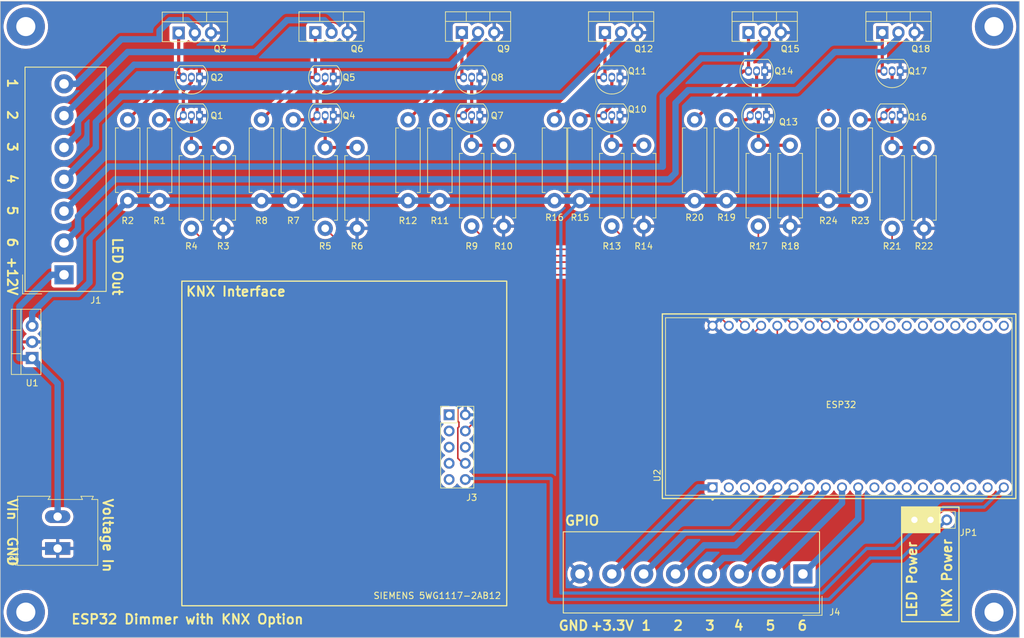
<source format=kicad_pcb>
(kicad_pcb (version 20221018) (generator pcbnew)
  (title_block (title "ESP32 Dimmer") (rev "1.0"))
  (layers (0 "F.Cu" signal) (31 "B.Cu" signal) (34 "B.Paste" user) (35 "F.Paste" user) (36 "B.SilkS" user "B.Silkscreen") (37 "F.SilkS" user "F.Silkscreen") (38 "B.Mask" user) (39 "F.Mask" user) (44 "Edge.Cuts" user))
  (net 0 "")
  (net 1 "Net-(Q1-C)")
  (net 2 "Net-(Q1-B)")
  (net 3 "GND")
  (net 4 "/LED1")
  (net 5 "+12V")
  (net 6 "Net-(Q4-C)")
  (net 7 "Net-(Q4-B)")
  (net 8 "/LED2")
  (net 9 "Net-(Q7-C)")
  (net 10 "Net-(Q7-B)")
  (net 11 "Net-(Q8-C)")
  (net 12 "/LED3")
  (net 13 "/LED4")
  (net 14 "/LED5")
  (net 15 "/LED6")
  (net 16 "Net-(Q10-B)")
  (net 17 "Net-(Q10-C)")
  (net 18 "Net-(Q11-C)")
  (net 19 "Net-(Q13-B)")
  (net 20 "Net-(Q13-C)")
  (net 21 "Net-(Q14-C)")
  (net 22 "Net-(Q16-B)")
  (net 23 "Net-(Q16-C)")
  (net 24 "Net-(Q17-C)")
  (net 25 "+5V")
  (net 26 "/LED1_GPIO")
  (net 27 "/LED2_GPIO")
  (net 28 "/LED3_GPIO")
  (net 30 "Net-(Q2-C)")
  (net 31 "Net-(Q5-C)")
  (net 34 "unconnected-(U2-SENSOR_VN-PadJ2-4)")
  (net 53 "+3.3V")
  (net 54 "/RXD")
  (net 55 "/TXD")
  (net 56 "/LED4_GPIO")
  (net 57 "/LED5_GPIO")
  (net 58 "/LED6_GPIO")
  (net 62 "KNX +5V")
  (net 63 "/ESP +5v IN")
  (net 64 "/GPIO_IN1")
  (net 65 "/GPIO_IN2")
  (net 66 "/GPIO_IN3")
  (net 67 "/GPIO_IN4")
  (net 68 "/GPIO_IN5")
  (net 69 "/GPIO_IN6")
  (net 71 "KNX +20V")
  (footprint "Package_TO_SOT_THT:TO-92_Inline" (layer "F.Cu") (at 161.27 31 180)
    (fp_text reference "Q17")
    (fp_text value "2N2222A")
  )
  (footprint "Resistor_THT:R_Axial_DIN0411_L9.9mm_D3.6mm_P12.70mm_Horizontal" (layer "F.Cu") (at 165 43 -90)
    (fp_text reference "R22")
    (fp_text value "10k")
  )
  (footprint "Resistor_THT:R_Axial_DIN0411_L9.9mm_D3.6mm_P12.70mm_Horizontal" (layer "F.Cu") (at 84 51.35 90)
    (fp_text reference "R12")
    (fp_text value "10k")
  )
  (footprint "Resistor_THT:R_Axial_DIN0411_L9.9mm_D3.6mm_P12.70mm_Horizontal" (layer "F.Cu") (at 99 42.65 -90)
    (fp_text reference "R10")
    (fp_text value "10k")
  )
  (footprint "Resistor_THT:R_Axial_DIN0411_L9.9mm_D3.6mm_P12.70mm_Horizontal" (layer "F.Cu") (at 89 51.35 90)
    (fp_text reference "R11")
    (fp_text value "10k")
  )
  (footprint "TerminalBlock_Altech:Altech_AK300_1x08_P5.00mm_45-Degree" (layer "F.Cu") (at 146 110 180)
    (fp_text reference "J4")
    (fp_text value "Screw_Terminal_01x08")
  )
  (footprint "Resistor_THT:R_Axial_DIN0411_L9.9mm_D3.6mm_P12.70mm_Horizontal" (layer "F.Cu") (at 66 51.35 90)
    (fp_text reference "R7")
    (fp_text value "10k")
  )
  (footprint "Resistor_THT:R_Axial_DIN0411_L9.9mm_D3.6mm_P12.70mm_Horizontal" (layer "F.Cu") (at 94 42.65 -90)
    (fp_text reference "R9")
    (fp_text value "1K")
  )
  (footprint "Package_TO_SOT_THT:TO-220-3_Vertical" (layer "F.Cu") (at 92.46 24.945)
    (fp_text reference "Q9")
    (fp_text value "IRFZ44N")
  )
  (footprint "Package_TO_SOT_THT:TO-220-3_Vertical" (layer "F.Cu") (at 137.46 24.945)
    (fp_text reference "Q15")
    (fp_text value "IRFZ44N")
  )
  (footprint "Resistor_THT:R_Axial_DIN0411_L9.9mm_D3.6mm_P12.70mm_Horizontal" (layer "F.Cu") (at 111 51.35 90)
    (fp_text reference "R15")
    (fp_text value "10k")
  )
  (footprint "MountingHole:MountingHole_3mm_Pad" (layer "F.Cu") (at 176 24)
    (fp_text reference "H2" hide)
    (fp_text value "MountingHole_Pad" hide)
  )
  (footprint "Resistor_THT:R_Axial_DIN0411_L9.9mm_D3.6mm_P12.70mm_Horizontal" (layer "F.Cu") (at 134 51.35 90)
    (fp_text reference "R19")
    (fp_text value "10k")
  )
  (footprint "Resistor_THT:R_Axial_DIN0411_L9.9mm_D3.6mm_P12.70mm_Horizontal" (layer "F.Cu") (at 107 51.35 90)
    (fp_text reference "R16")
    (fp_text value "10k")
  )
  (footprint "Package_TO_SOT_THT:TO-220-3_Vertical" (layer "F.Cu") (at 25 76.08 90)
    (fp_text reference "U1")
    (fp_text value "L7805")
  )
  (footprint "Resistor_THT:R_Axial_DIN0411_L9.9mm_D3.6mm_P12.70mm_Horizontal" (layer "F.Cu") (at 76 43 -90)
    (fp_text reference "R6")
    (fp_text value "10k")
  )
  (footprint "Resistor_THT:R_Axial_DIN0411_L9.9mm_D3.6mm_P12.70mm_Horizontal" (layer "F.Cu") (at 116 42.65 -90)
    (fp_text reference "R13")
    (fp_text value "1K")
  )
  (footprint "Package_TO_SOT_THT:TO-220-3_Vertical" (layer "F.Cu") (at 114.92 24.945)
    (fp_text reference "Q12")
    (fp_text value "IRFZ44N")
  )
  (footprint "Resistor_THT:R_Axial_DIN0411_L9.9mm_D3.6mm_P12.70mm_Horizontal" (layer "F.Cu") (at 144 42.65 -90)
    (fp_text reference "R18")
    (fp_text value "10k")
  )
  (footprint "Resistor_THT:R_Axial_DIN0411_L9.9mm_D3.6mm_P12.70mm_Horizontal" (layer "F.Cu") (at 129 51.35 90)
    (fp_text reference "R20")
    (fp_text value "10k")
  )
  (footprint "Resistor_THT:R_Axial_DIN0411_L9.9mm_D3.6mm_P12.70mm_Horizontal" (layer "F.Cu") (at 155 51.35 90)
    (fp_text reference "R23")
    (fp_text value "10k")
  )
  (footprint "Package_TO_SOT_THT:TO-92_Inline" (layer "F.Cu") (at 95.27 32 180)
    (fp_text reference "Q8")
    (fp_text value "2N2222A")
  )
  (footprint "Resistor_THT:R_Axial_DIN0411_L9.9mm_D3.6mm_P12.70mm_Horizontal" (layer "F.Cu") (at 50 43 -90)
    (fp_text reference "R4")
    (fp_text value "1K")
  )
  (footprint "Package_TO_SOT_THT:TO-92_Inline" (layer "F.Cu") (at 51.27 38 180)
    (fp_text reference "Q1")
    (fp_text value "2N2222A")
  )
  (footprint "Package_TO_SOT_THT:TO-92_Inline" (layer "F.Cu") (at 95.27 38 180)
    (fp_text reference "Q7")
    (fp_text value "2N2222A")
  )
  (footprint "Package_TO_SOT_THT:TO-92_Inline" (layer "F.Cu") (at 51.27 32 180)
    (fp_text reference "Q2")
    (fp_text value "2N2222A")
  )
  (footprint "Package_TO_SOT_THT:TO-92_Inline" (layer "F.Cu") (at 140.27 38 180)
    (fp_text reference "Q13")
    (fp_text value "2N2222A")
  )
  (footprint "Package_TO_SOT_THT:TO-92_Inline" (layer "F.Cu") (at 161.27 38 180)
    (fp_text reference "Q16")
    (fp_text value "2N2222A")
  )
  (footprint "Package_TO_SOT_THT:TO-92_Inline" (layer "F.Cu") (at 72.27 32 180)
    (fp_text reference "Q5")
    (fp_text value "2N2222A")
  )
  (footprint "Connector_PinHeader_2.54mm:PinHeader_2x05_P2.54mm_Vertical" (layer "F.Cu") (at 90.46 85)
    (fp_text reference "J3")
    (fp_text value "KNX-IN" hide)
  )
  (footprint "Resistor_THT:R_Axial_DIN0411_L9.9mm_D3.6mm_P12.70mm_Horizontal" (layer "F.Cu") (at 160 43 -90)
    (fp_text reference "R21")
    (fp_text value "1K")
  )
  (footprint "Package_TO_SOT_THT:TO-92_Inline" (layer "F.Cu") (at 117.27 32 180)
    (fp_text reference "Q11")
    (fp_text value "2N2222A")
  )
  (footprint "Package_TO_SOT_THT:TO-92_Inline" (layer "F.Cu") (at 117.27 38 180)
    (fp_text reference "Q10")
    (fp_text value "2N2222A")
  )
  (footprint "Resistor_THT:R_Axial_DIN0411_L9.9mm_D3.6mm_P12.70mm_Horizontal" (layer "F.Cu") (at 121 42.65 -90)
    (fp_text reference "R14")
    (fp_text value "10k")
  )
  (footprint "TerminalBlock:TerminalBlock_Altech_AK300-2_P5.00mm" (layer "F.Cu") (at 29 106 90)
    (fp_text reference "J2")
    (fp_text value "Screw_Terminal_01x02" hide)
  )
  (footprint "MountingHole:MountingHole_3mm_Pad" (layer "F.Cu") (at 24 116)
    (fp_text reference "H3" hide)
    (fp_text value "MountingHole_Pad" hide)
  )
  (footprint "Package_TO_SOT_THT:TO-92_Inline" (layer "F.Cu") (at 72.27 38 180)
    (fp_text reference "Q4")
    (fp_text value "2N2222A")
  )
  (footprint "Package_TO_SOT_THT:TO-92_Inline" (layer "F.Cu") (at 140 31 180)
    (fp_text reference "Q14")
    (fp_text value "2N2222A")
  )
  (footprint "Package_TO_SOT_THT:TO-220-3_Vertical" (layer "F.Cu") (at 69.46 24.945)
    (fp_text reference "Q6")
    (fp_text value "IRFZ44N")
  )
  (footprint "Package_TO_SOT_THT:TO-220-3_Vertical" (layer "F.Cu") (at 48 25)
    (fp_text reference "Q3")
    (fp_text value "IRFZ44N")
  )
  (footprint "MountingHole:MountingHole_3mm_Pad" (layer "F.Cu") (at 24 24)
    (fp_text reference "H1" hide)
    (fp_text value "MountingHole_Pad" hide)
  )
  (footprint "Resistor_THT:R_Axial_DIN0411_L9.9mm_D3.6mm_P12.70mm_Horizontal" (layer "F.Cu") (at 139 42.65 -90)
    (fp_text reference "R17")
    (fp_text value "1K")
  )
  (footprint "Connector_PinHeader_2.54mm:PinHeader_1x03_P2.54mm_Vertical" (layer "F.Cu") (at 163.5 101.5 90)
    (fp_text reference "JP1")
    (fp_text value "Jumper_3_Bridged12" hide)
  )
  (footprint "Resistor_THT:R_Axial_DIN0411_L9.9mm_D3.6mm_P12.70mm_Horizontal" (layer "F.Cu") (at 71 43 -90)
    (fp_text reference "R5")
    (fp_text value "1K")
  )
  (footprint "Resistor_THT:R_Axial_DIN0411_L9.9mm_D3.6mm_P12.70mm_Horizontal" (layer "F.Cu") (at 45 51.35 90)
    (fp_text reference "R1")
    (fp_text value "10k")
  )
  (footprint "Resistor_THT:R_Axial_DIN0411_L9.9mm_D3.6mm_P12.70mm_Horizontal" (layer "F.Cu") (at 61 51.35 90)
    (fp_text reference "R8")
    (fp_text value "10k")
  )
  (footprint "MountingHole:MountingHole_3mm_Pad" (layer "F.Cu") (at 176 116)
    (fp_text reference "H4" hide)
    (fp_text value "MountingHole_Pad" hide)
  )
  (footprint "ESP32-DEVKITC:MODULE_ESP32-DEVKITC-32D" (layer "F.Cu") (at 151.58 83.7 90)
    (fp_text reference "U2")
    (fp_text value "ESP32-DEVKITC-32D")
  )
  (footprint "TerminalBlock_Altech:Altech_AK300_1x07_P5.00mm_45-Degree" (layer "F.Cu") (at 30 63 90)
    (fp_text reference "J1")
    (fp_text value "Screw_Terminal_01x07" hide)
  )
  (footprint "Resistor_THT:R_Axial_DIN0411_L9.9mm_D3.6mm_P12.70mm_Horizontal" (layer "F.Cu") (at 55 43 -90)
    (fp_text reference "R3")
    (fp_text value "10k")
  )
  (footprint "Package_TO_SOT_THT:TO-220-3_Vertical" (layer "F.Cu") (at 158.46 24.945)
    (fp_text reference "Q18")
    (fp_text value "IRFZ44N")
  )
  (footprint "Resistor_THT:R_Axial_DIN0411_L9.9mm_D3.6mm_P12.70mm_Horizontal" (layer "F.Cu") (at 40 51.35 90)
    (fp_text reference "R2")
    (fp_text value "10k")
  )
  (footprint "Resistor_THT:R_Axial_DIN0411_L9.9mm_D3.6mm_P12.70mm_Horizontal" (layer "F.Cu") (at 150 51.35 90)
    (fp_text reference "R24")
    (fp_text value "10k")
  )
  (gr_rect (start 161.5 99.5) (end 170.5 117.5) (stroke (width 0.2)) (fill none) (layer "F.SilkS"))
  (gr_rect (start 161.5 99.5) (end 167.5 103.5) (stroke (width 0.2)) (fill solid) (layer "F.SilkS"))
  (gr_rect (start 123.93 69.15) (end 179.43 98.15) (stroke (width 0.2)) (fill none) (layer "F.SilkS"))
  (gr_rect locked (start 48.5 64) (end 99.5 115) (stroke (width 0.2)) (fill none) (layer "F.SilkS"))
  (gr_rect (start 20 20) (end 180 120) (stroke (width 0.1)) (fill none) (layer "Edge.Cuts"))
  (gr_text "6" (at 145 119) (layer "F.SilkS") (effects (font (size 1.5 1.5) (thickness 0.3) bold) (justify left bottom)))
  (gr_text "5" (at 21 52 270) (layer "F.SilkS") (effects (font (size 1.5 1.5) (thickness 0.3) bold) (justify left bottom)))
  (gr_text "Voltage In" (at 36 98 270) (layer "F.SilkS") (effects (font (size 1.5 1.5) (thickness 0.3) bold) (justify left bottom)))
  (gr_text "LED Power" (at 164 117 90) (layer "F.SilkS") (effects (font (size 1.5 1.5) (thickness 0.3) bold) (justify left bottom)))
  (gr_text "1" (at 120.5 119) (layer "F.SilkS") (effects (font (size 1.5 1.5) (thickness 0.3) bold) (justify left bottom)))
  (gr_text "+12V" (at 21 60 270) (layer "F.SilkS") (effects (font (size 1.5 1.5) (thickness 0.3) bold) (justify left bottom)))
  (gr_text "KNX Interface" (at 49 66.5) (layer "F.SilkS") (effects (font (size 1.5 1.5) (thickness 0.3) bold) (justify left bottom)))
  (gr_text "5" (at 140 119) (layer "F.SilkS") (effects (font (size 1.5 1.5) (thickness 0.3) bold) (justify left bottom)))
  (gr_text "+3.3V" (at 112.5 119) (layer "F.SilkS") (effects (font (size 1.5 1.5) (thickness 0.3) bold) (justify left bottom)))
  (gr_text "3" (at 130.5 119) (layer "F.SilkS") (effects (font (size 1.5 1.5) (thickness 0.3) bold) (justify left bottom)))
  (gr_text "4" (at 135 119) (layer "F.SilkS") (effects (font (size 1.5 1.5) (thickness 0.3) bold) (justify left bottom)))
  (gr_text "GND" (at 21 104 270) (layer "F.SilkS") (effects (font (size 1.5 1.5) (thickness 0.3) bold) (justify left bottom)))
  (gr_text "3" (at 21 42 270) (layer "F.SilkS") (effects (font (size 1.5 1.5) (thickness 0.3) bold) (justify left bottom)))
  (gr_text "2" (at 21 37 270) (layer "F.SilkS") (effects (font (size 1.5 1.5) (thickness 0.3) bold) (justify left bottom)))
  (gr_text "LED Out" (at 37.5 57 270) (layer "F.SilkS") (effects (font (size 1.5 1.5) (thickness 0.3) bold) (justify left bottom)))
  (gr_text "KNX Power" (at 169.5 117 90) (layer "F.SilkS") (effects (font (size 1.5 1.5) (thickness 0.3) bold) (justify left bottom)))
  (gr_text "VIn" (at 21 98 270) (layer "F.SilkS") (effects (font (size 1.5 1.5) (thickness 0.3) bold) (justify left bottom)))
  (gr_text "6" (at 21 57 270) (layer "F.SilkS") (effects (font (size 1.5 1.5) (thickness 0.3) bold) (justify left bottom)))
  (gr_text "ESP32" (at 149.5 84) (layer "F.SilkS") (effects (font (size 1 1)) (justify left bottom)))
  (gr_text "GND" (at 107.5 119) (layer "F.SilkS") (effects (font (size 1.5 1.5) (thickness 0.3) bold) (justify left bottom)))
  (gr_text "ESP32 Dimmer with KNX Option" (at 31 118) (layer "F.SilkS") (effects (font (size 1.5 1.5) (thickness 0.3) bold) (justify left bottom)))
  (gr_text "1" (at 21 32 270) (layer "F.SilkS") (effects (font (size 1.5 1.5) (thickness 0.3) bold) (justify left bottom)))
  (gr_text "2" (at 125.5 119) (layer "F.SilkS") (effects (font (size 1.5 1.5) (thickness 0.3) bold) (justify left bottom)))
  (gr_text "4" (at 21 47 270) (layer "F.SilkS") (effects (font (size 1.5 1.5) (thickness 0.3) bold) (justify left bottom)))
  (gr_text "SIEMENS 5WG1117-2AB12" (at 78.5 114) (layer "F.SilkS") (effects (font (size 1 1)) (justify left bottom)))
  (gr_text "GPIO" (at 108.5 102.5) (layer "F.SilkS") (effects (font (size 1.5 1.5) (thickness 0.3) bold) (justify left bottom)))
  (segment (start 50 32) (end 50 32.8) (width 0.5) (layer "F.Cu") (net 1))
  (segment (start 50 32.8) (end 48.73 34.07) (width 0.5) (layer "F.Cu") (net 1))
  (segment (start 48.08 38.65) (end 48.73 38) (width 0.5) (layer "F.Cu") (net 1))
  (segment (start 45.65 38) (end 45 38.65) (width 0.5) (layer "F.Cu") (net 1))
  (segment (start 45 38.65) (end 48.08 38.65) (width 0.5) (layer "F.Cu") (net 1))
  (segment (start 48.73 34.07) (end 48.73 38) (width 0.5) (layer "F.Cu") (net 1))
  (segment (start 50 38) (end 50 43) (width 0.5) (layer "F.Cu") (net 2))
  (segment (start 50 43) (end 55 43) (width 0.5) (layer "F.Cu") (net 2))
  (segment (start 46.6475 23) (end 45 24.6475) (width 1) (layer "B.Cu") (net 4))
  (segment (start 49.3525 23) (end 46.6475 23) (width 1) (layer "B.Cu") (net 4))
  (segment (start 32 33) (end 30 33) (width 1) (layer "B.Cu") (net 4))
  (segment (start 50.54 25) (end 50.54 24.1875) (width 1) (layer "B.Cu") (net 4))
  (segment (start 39 26) (end 32 33) (width 1) (layer "B.Cu") (net 4))
  (segment (start 50.54 25) (end 50.54 25.8125) (width 1) (layer "B.Cu") (net 4))
  (segment (start 45 24.6475) (end 45 26) (width 1) (layer "B.Cu") (net 4))
  (segment (start 45 26) (end 39 26) (width 1) (layer "B.Cu") (net 4))
  (segment (start 50.54 24.1875) (end 49.3525 23) (width 1) (layer "B.Cu") (net 4))
  (segment (start 25 76.08) (end 23 76.08) (width 1) (layer "B.Cu") (net 5))
  (segment (start 23 76.08) (end 23 68) (width 1) (layer "B.Cu") (net 5))
  (segment (start 23 68) (end 28 63) (width 1) (layer "B.Cu") (net 5))
  (segment (start 29 101) (end 29 80.08) (width 1) (layer "B.Cu") (net 5))
  (segment (start 29 80.08) (end 25 76.08) (width 1) (layer "B.Cu") (net 5))
  (segment (start 28 63) (end 30 63) (width 1) (layer "B.Cu") (net 5))
  (segment (start 71 32.8) (end 69.73 34.07) (width 0.5) (layer "F.Cu") (net 6))
  (segment (start 69.73 34.07) (end 69.73 38) (width 0.5) (layer "F.Cu") (net 6))
  (segment (start 71 32) (end 71 32.8) (width 0.5) (layer "F.Cu") (net 6))
  (segment (start 66 38.65) (end 69.08 38.65) (width 0.5) (layer "F.Cu") (net 6))
  (segment (start 69.08 38.65) (end 69.73 38) (width 0.5) (layer "F.Cu") (net 6))
  (segment (start 71 38) (end 71 43) (width 0.5) (layer "F.Cu") (net 7))
  (segment (start 71 43) (end 76 43) (width 0.5) (layer "F.Cu") (net 7))
  (segment (start 71 43) (end 71.73 42.27) (width 0.5) (layer "F.Cu") (net 7))
  (segment (start 70.8675 23) (end 65 23) (width 1) (layer "B.Cu") (net 8))
  (segment (start 72 24.945) (end 72 24.1325) (width 1) (layer "B.Cu") (net 8))
  (segment (start 72 24.1325) (end 70.8675 23) (width 1) (layer "B.Cu") (net 8))
  (segment (start 40 28) (end 30 38) (width 1) (layer "B.Cu") (net 8))
  (segment (start 60 28) (end 40 28) (width 1) (layer "B.Cu") (net 8))
  (segment (start 65 23) (end 60 28) (width 1) (layer "B.Cu") (net 8))
  (segment (start 92.73 38) (end 89.65 38) (width 0.5) (layer "F.Cu") (net 9))
  (segment (start 94 36.396142) (end 92.73 37.666142) (width 0.5) (layer "F.Cu") (net 9))
  (segment (start 92.73 37.666142) (end 92.73 38) (width 0.5) (layer "F.Cu") (net 9))
  (segment (start 94 32) (end 94 36.396142) (width 0.5) (layer "F.Cu") (net 9))
  (segment (start 89.65 38) (end 89 38.65) (width 0.5) (layer "F.Cu") (net 9))
  (segment (start 94 42.65) (end 94 38) (width 0.5) (layer "F.Cu") (net 10))
  (segment (start 93.73 37.666142) (end 93.73 38) (width 0.5) (layer "F.Cu") (net 10))
  (segment (start 94 42.65) (end 99 42.65) (width 0.5) (layer "F.Cu") (net 10))
  (segment (start 92.46 31.73) (end 92.73 32) (width 0.5) (layer "F.Cu") (net 11))
  (segment (start 92.46 24.945) (end 92.46 31.73) (width 0.5) (layer "F.Cu") (net 11))
  (segment (start 90.65 32) (end 84 38.65) (width 0.5) (layer "F.Cu") (net 11))
  (segment (start 92.73 32) (end 90.65 32) (width 0.5) (layer "F.Cu") (net 11))
  (segment (start 41 30) (end 32.2 38.8) (width 1) (layer "B.Cu") (net 12))
  (segment (start 32.2 40.8) (end 30 43) (width 1) (layer "B.Cu") (net 12))
  (segment (start 95 24.945) (end 95 25.7575) (width 1) (layer "B.Cu") (net 12))
  (segment (start 95 25.7575) (end 90.7575 30) (width 1) (layer "B.Cu") (net 12))
  (segment (start 90.7575 30) (end 41 30) (width 1) (layer "B.Cu") (net 12))
  (segment (start 32.2 38.8) (end 32.2 40.8) (width 1) (layer "B.Cu") (net 12))
  (segment (start 35 43) (end 30 48) (width 1) (layer "B.Cu") (net 13))
  (segment (start 117.46 24.945) (end 117.46 25.7575) (width 1) (layer "B.Cu") (net 13))
  (segment (start 39 35) (end 35 39) (width 1) (layer "B.Cu") (net 13))
  (segment (start 35 39) (end 35 43) (width 1) (layer "B.Cu") (net 13))
  (segment (start 117.46 25.7575) (end 108.2175 35) (width 1) (layer "B.Cu") (net 13))
  (segment (start 108.2175 35) (end 39 35) (width 1) (layer "B.Cu") (net 13))
  (segment (start 124 35) (end 124 46) (width 1) (layer "B.Cu") (net 14))
  (segment (start 140 24.945) (end 140 26.945) (width 1) (layer "B.Cu") (net 14))
  (segment (start 130 29) (end 124 35) (width 1) (layer "B.Cu") (net 14))
  (segment (start 140 26.945) (end 137.945 29) (width 1) (layer "B.Cu") (net 14))
  (segment (start 37 46) (end 30 53) (width 1) (layer "B.Cu") (net 14))
  (segment (start 124 46) (end 37 46) (width 1) (layer "B.Cu") (net 14))
  (segment (start 137.945 29) (end 130 29) (width 1) (layer "B.Cu") (net 14))
  (segment (start 32.2 55.8) (end 30 58) (width 1) (layer "B.Cu") (net 15))
  (segment (start 126 36) (end 126 47) (width 1) (layer "B.Cu") (net 15))
  (segment (start 128 34) (end 126 36) (width 1) (layer "B.Cu") (net 15))
  (segment (start 145 34) (end 128 34) (width 1) (layer "B.Cu") (net 15))
  (segment (start 126 47) (end 125 48) (width 1) (layer "B.Cu") (net 15))
  (segment (start 38 48) (end 32.2 53.8) (width 1) (layer "B.Cu") (net 15))
  (segment (start 125 48) (end 38 48) (width 1) (layer "B.Cu") (net 15))
  (segment (start 161 25.7575) (end 158.7575 28) (width 1) (layer "B.Cu") (net 15))
  (segment (start 151 28) (end 145 34) (width 1) (layer "B.Cu") (net 15))
  (segment (start 158.7575 28) (end 151 28) (width 1) (layer "B.Cu") (net 15))
  (segment (start 32.2 53.8) (end 32.2 55.8) (width 1) (layer "B.Cu") (net 15))
  (segment (start 161 24.945) (end 161 25.7575) (width 1) (layer "B.Cu") (net 15))
  (segment (start 116 41.65) (end 117 42.65) (width 0.5) (layer "F.Cu") (net 16))
  (segment (start 116 42.65) (end 121 42.65) (width 0.5) (layer "F.Cu") (net 16))
  (segment (start 116 38) (end 116 42.65) (width 0.5) (layer "F.Cu") (net 16))
  (segment (start 116 36.396142) (end 114.73 37.666142) (width 0.5) (layer "F.Cu") (net 17))
  (segment (start 111 38) (end 114.73 38) (width 0.5) (layer "F.Cu") (net 17))
  (segment (start 114.73 37.666142) (end 114.73 38) (width 0.5) (layer "F.Cu") (net 17))
  (segment (start 116 32) (end 116 36.396142) (width 0.5) (layer "F.Cu") (net 17))
  (segment (start 114.92 24.945) (end 114.92 31.81) (width 0.5) (layer "F.Cu") (net 18))
  (segment (start 113 32) (end 107 38) (width 0.5) (layer "F.Cu") (net 18))
  (segment (start 114.92 31.81) (end 114.73 32) (width 0.5) (layer "F.Cu") (net 18))
  (segment (start 114.73 32) (end 113 32) (width 0.5) (layer "F.Cu") (net 18))
  (segment (start 139 38) (end 139 42.65) (width 0.5) (layer "F.Cu") (net 19))
  (segment (start 139 42.65) (end 144 42.65) (width 0.5) (layer "F.Cu") (net 19))
  (segment (start 138.73 31) (end 138.73 36.666142) (width 0.5) (layer "F.Cu") (net 20))
  (segment (start 138.73 36.666142) (end 137.73 37.666142) (width 0.5) (layer "F.Cu") (net 20))
  (segment (start 137.73 37.666142) (end 137.73 38) (width 0.5) (layer "F.Cu") (net 20))
  (segment (start 134 38.65) (end 137.08 38.65) (width 0.5) (layer "F.Cu") (net 20))
  (segment (start 137.08 38.65) (end 137.73 38) (width 0.5) (layer "F.Cu") (net 20))
  (segment (start 137.46 31) (end 137.46 24.945) (width 0.5) (layer "F.Cu") (net 21))
  (segment (start 136.65 31) (end 137.46 31) (width 0.5) (layer "F.Cu") (net 21))
  (segment (start 129 38.65) (end 136.65 31) (width 0.5) (layer "F.Cu") (net 21))
  (segment (start 160 43) (end 165 43) (width 0.5) (layer "F.Cu") (net 22))
  (segment (start 160 38) (end 160 43) (width 0.5) (layer "F.Cu") (net 22))
  (segment (start 160 31) (end 160 36.396142) (width 0.5) (layer "F.Cu") (net 23))
  (segment (start 155 38.65) (end 158.08 38.65) (width 0.5) (layer "F.Cu") (net 23))
  (segment (start 160 36.396142) (end 158.73 37.666142) (width 0.5) (layer "F.Cu") (net 23))
  (segment (start 158.08 38.65) (end 158.73 38) (width 0.5) (layer "F.Cu") (net 23))
  (segment (start 158.73 37.666142) (end 158.73 38) (width 0.5) (layer "F.Cu") (net 23))
  (segment (start 158.73 31) (end 156 31) (width 0.5) (layer "F.Cu") (net 24))
  (segment (start 158.46 24.945) (end 158.46 30.73) (width 0.5) (layer "F.Cu") (net 24))
  (segment (start 158.46 30.73) (end 158.73 31) (width 0.5) (layer "F.Cu") (net 24))
  (segment (start 156 31) (end 150 37) (width 0.5) (layer "F.Cu") (net 24))
  (segment (start 66 51.35) (end 84 51.35) (width 1) (layer "B.Cu") (net 25))
  (segment (start 34 64.2) (end 34 57.35) (width 1) (layer "B.Cu") (net 25))
  (segment (start 106.35 51.35) (end 107 52) (width 0.5) (layer "B.Cu") (net 25))
  (segment (start 108 113) (end 108 54.35) (width 0.5) (layer "B.Cu") (net 25))
  (segment (start 34 57.35) (end 40 51.35) (width 1) (layer "B.Cu") (net 25))
  (segment (start 32.2 66) (end 34 64.2) (width 1) (layer "B.Cu") (net 25))
  (segment (start 84 51.35) (end 89 51.35) (width 1) (layer "B.Cu") (net 25))
  (segment (start 150 51.35) (end 133 51.35) (width 1) (layer "B.Cu") (net 25))
  (segment (start 28 66) (end 32.2 66) (width 1) (layer "B.Cu") (net 25))
  (segment (start 89 51.35) (end 107 51.35) (width 1) (layer "B.Cu") (net 25))
  (segment (start 156 106) (end 149 113) (width 0.5) (layer "B.Cu") (net 25))
  (segment (start 107 51.35) (end 111 51.35) (width 1) (layer "B.Cu") (net 25))
  (segment (start 160.5 106) (end 156 106) (width 0.5) (layer "B.Cu") (net 25))
  (segment (start 40 51.35) (end 45 51.35) (width 1) (layer "B.Cu") (net 25))
  (segment (start 61 51.35) (end 66 51.35) (width 1) (layer "B.Cu") (net 25))
  (segment (start 155 51.35) (end 150 51.35) (width 1) (layer "B.Cu") (net 25))
  (segment (start 108 54.35) (end 111 51.35) (width 0.5) (layer "B.Cu") (net 25))
  (segment (start 25 71) (end 25 69) (width 1) (layer "B.Cu") (net 25))
  (segment (start 25 69) (end 28 66) (width 1) (layer "B.Cu") (net 25))
  (segment (start 133 51.35) (end 128 51.35) (width 1) (layer "B.Cu") (net 25))
  (segment (start 60.65 51.35) (end 61 51.7) (width 0.5) (layer "B.Cu") (net 25))
  (segment (start 163.5 101.5) (end 163.5 103) (width 0.5) (layer "B.Cu") (net 25))
  (segment (start 111 51.35) (end 128 51.35) (width 1) (layer "B.Cu") (net 25))
  (segment (start 45 51.35) (end 60.65 51.35) (width 1) (layer "B.Cu") (net 25))
  (segment (start 149 113) (end 108 113) (width 0.5) (layer "B.Cu") (net 25))
  (segment (start 83.65 51.7) (end 84 51.35) (width 0.5) (layer "B.Cu") (net 25))
  (segment (start 163.5 103) (end 160.5 106) (width 0.5) (layer "B.Cu") (net 25))
  (segment (start 55.3 61) (end 120.5 61) (width 0.25) (layer "F.Cu") (net 26))
  (segment (start 50 55.7) (end 55.3 61) (width 0.25) (layer "F.Cu") (net 26))
  (segment (start 120.5 61) (end 128.5 69) (width 0.25) (layer "F.Cu") (net 26))
  (segment (start 128.5 69) (end 132.36 69) (width 0.25) (layer "F.Cu") (net 26))
  (segment (start 132.36 69) (end 134.36 71) (width 0.25) (layer "F.Cu") (net 26))
  (segment (start 133.9 68) (end 136.9 71) (width 0.25) (layer "F.Cu") (net 27))
  (segment (start 71 55.7) (end 75.3 60) (width 0.25) (layer "F.Cu") (net 27))
  (segment (start 128.5 68) (end 133.9 68) (width 0.25) (layer "F.Cu") (net 27))
  (segment (start 120.5 60) (end 128.5 68) (width 0.25) (layer "F.Cu") (net 27))
  (segment (start 75.3 60) (end 120.5 60) (width 0.25) (layer "F.Cu") (net 27))
  (segment (start 128.431802 67) (end 134 67) (width 0.25) (layer "F.Cu") (net 28))
  (segment (start 134 67) (end 136 69) (width 0.25) (layer "F.Cu") (net 28))
  (segment (start 142.52 69) (end 144.52 71) (width 0.25) (layer "F.Cu") (net 28))
  (segment (start 94 55.35) (end 97.65 59) (width 0.25) (layer "F.Cu") (net 28))
  (segment (start 120.431802 59) (end 128.431802 67) (width 0.25) (layer "F.Cu") (net 28))
  (segment (start 136 69) (end 142.52 69) (width 0.25) (layer "F.Cu") (net 28))
  (segment (start 97.65 59) (end 120.431802 59) (width 0.25) (layer "F.Cu") (net 28))
  (segment (start 48 31.27) (end 48.73 32) (width 0.5) (layer "F.Cu") (net 30))
  (segment (start 48 25) (end 48 31.27) (width 0.5) (layer "F.Cu") (net 30))
  (segment (start 48.73 32) (end 46.65 32) (width 0.5) (layer "F.Cu") (net 30))
  (segment (start 46.65 32) (end 40 38.65) (width 0.5) (layer "F.Cu") (net 30))
  (segment (start 69.73 32) (end 67.65 32) (width 0.5) (layer "F.Cu") (net 31))
  (segment (start 69.46 31.73) (end 69.73 32) (width 0.5) (layer "F.Cu") (net 31))
  (segment (start 67.65 32) (end 61 38.65) (width 0.5) (layer "F.Cu") (net 31))
  (segment (start 69.46 24.945) (end 69.46 31.73) (width 0.5) (layer "F.Cu") (net 31))
  (segment (start 139.6 96.4) (end 139.7 96.4) (width 0.25) (layer "B.Cu") (net 34))
  (segment (start 129.6 96.4) (end 131.82 96.4) (width 1) (layer "B.Cu") (net 53))
  (segment (start 116 110) (end 129.6 96.4) (width 1) (layer "B.Cu") (net 53))
  (segment (start 120.5 62) (end 125 66.5) (width 0.25) (layer "F.Cu") (net 54))
  (segment (start 125 66.5) (end 125 71.5) (width 0.25) (layer "F.Cu") (net 54))
  (segment (start 126.5 73) (end 137.44 73) (width 0.25) (layer "F.Cu") (net 54))
  (segment (start 93 93) (end 91.825 91.825) (width 0.25) (layer "F.Cu") (net 54))
  (segment (start 91.825 62.175) (end 92 62) (width 0.25) (layer "F.Cu") (net 54))
  (segment (start 91.825 91.825) (end 91.825 87.053299) (width 0.25) (layer "F.Cu") (net 54))
  (segment (start 91.825 86) (end 91.825 62.175) (width 0.25) (layer "F.Cu") (net 54))
  (segment (start 125 71.5) (end 126.5 73) (width 0.25) (layer "F.Cu") (net 54))
  (segment (start 92 62) (end 120.5 62) (width 0.25) (layer "F.Cu") (net 54))
  (segment (start 92 86.175) (end 91.825 86) (width 0.25) (layer "F.Cu") (net 54))
  (segment (start 137.44 73) (end 139.44 71) (width 0.25) (layer "F.Cu") (net 54))
  (segment (start 92 86.878299) (end 92 86.175) (width 0.25) (layer "F.Cu") (net 54))
  (segment (start 91.825 87.053299) (end 92 86.878299) (width 0.25) (layer "F.Cu") (net 54))
  (segment (start 126 74) (end 124 72) (width 0.25) (layer "F.Cu") (net 55))
  (segment (start 124 72) (end 124 66.5) (width 0.25) (layer "F.Cu") (net 55))
  (segment (start 141.98 71) (end 141.98 73.01) (width 0.25) (layer "F.Cu") (net 55))
  (segment (start 120.5 63) (end 92.5 63) (width 0.25) (layer "F.Cu") (net 55))
  (segment (start 124 66.5) (end 120.5 63) (width 0.25) (layer "F.Cu") (net 55))
  (segment (start 92.5 63) (end 92.5 82) (width 0.25) (layer "F.Cu") (net 55))
  (segment (start 94.5 84) (end 94.5 86.04) (width 0.25) (layer "F.Cu") (net 55))
  (segment (start 94.5 86.04) (end 93 87.54) (width 0.25) (layer "F.Cu") (net 55))
  (segment (start 92.5 82) (end 94.5 84) (width 0.25) (layer "F.Cu") (net 55))
  (segment (start 141.98 73.01) (end 140.99 74) (width 0.25) (layer "F.Cu") (net 55))
  (segment (start 140.99 74) (end 126 74) (width 0.25) (layer "F.Cu") (net 55))
  (segment (start 146.6 68) (end 149.6 71) (width 0.25) (layer "F.Cu") (net 56))
  (segment (start 120.5 58) (end 128.5 66) (width 0.25) (layer "F.Cu") (net 56))
  (segment (start 128.5 66) (end 134 66) (width 0.25) (layer "F.Cu") (net 56))
  (segment (start 134 66) (end 136 68) (width 0.25) (layer "F.Cu") (net 56))
  (segment (start 118.65 58) (end 120.5 58) (width 0.25) (layer "F.Cu") (net 56))
  (segment (start 116 55.35) (end 118.65 58) (width 0.25) (layer "F.Cu") (net 56))
  (segment (start 136 68) (end 146.6 68) (width 0.25) (layer "F.Cu") (net 56))
  (segment (start 139 55.35) (end 139 57.86) (width 0.25) (layer "F.Cu") (net 57))
  (segment (start 139 57.86) (end 152.14 71) (width 0.25) (layer "F.Cu") (net 57))
  (segment (start 160 60.86) (end 154.68 66.18) (width 0.25) (layer "F.Cu") (net 58))
  (segment (start 160 55.7) (end 160 60.86) (width 0.25) (layer "F.Cu") (net 58))
  (segment (start 154.68 66.18) (end 154.68 71) (width 0.25) (layer "F.Cu") (net 58))
  (segment (start 93.16 95) (end 106.39 95) (width 0.5) (layer "B.Cu") (net 62))
  (segment (start 156.58 107.5) (end 161.5 107.5) (width 0.5) (layer "B.Cu") (net 62))
  (segment (start 106.5 114) (end 150.08 114) (width 0.5) (layer "B.Cu") (net 62))
  (segment (start 93 95.16) (end 93.16 95) (width 0.5) (layer "B.Cu") (net 62))
  (segment (start 106.5 95.11) (end 106.5 114) (width 0.5) (layer "B.Cu") (net 62))
  (segment (start 161.5 107.5) (end 163 106) (width 0.5) (layer "B.Cu") (net 62))
  (segment (start 164.08 106) (end 168.58 101.5) (width 0.5) (layer "B.Cu") (net 62))
  (segment (start 150.08 114) (end 156.58 107.5) (width 0.5) (layer "B.Cu") (net 62))
  (segment (start 106.39 95) (end 106.5 95.11) (width 0.5) (layer "B.Cu") (net 62))
  (segment (start 163 106) (end 164.08 106) (width 0.5) (layer "B.Cu") (net 62))
  (segment (start 166.04 101.5) (end 168.04 99.5) (width 0.5) (layer "B.Cu") (net 63))
  (segment (start 174.44 99.5) (end 177.54 96.4) (width 0.5) (layer "B.Cu") (net 63))
  (segment (start 168.04 99.5) (end 174.44 99.5) (width 0.5) (layer "B.Cu") (net 63))
  (segment (start 134.88 103.5) (end 141.98 96.4) (width 1) (layer "B.Cu") (net 64))
  (segment (start 121 110) (end 127.5 103.5) (width 1) (layer "B.Cu") (net 64))
  (segment (start 127.5 103.5) (end 134.88 103.5) (width 1) (layer "B.Cu") (net 64))
  (segment (start 130.5 105.5) (end 126 110) (width 1) (layer "B.Cu") (net 65))
  (segment (start 144.52 96.4) (end 135.42 105.5) (width 1) (layer "B.Cu") (net 65))
  (segment (start 135.42 105.5) (end 130.5 105.5) (width 1) (layer "B.Cu") (net 65))
  (segment (start 126.1 110) (end 126 110) (width 0.25) (layer "B.Cu") (net 65))
  (segment (start 147.06 96.94) (end 147.06 96.4) (width 1) (layer "B.Cu") (net 66))
  (segment (start 146.6 96.4) (end 147.06 96.4) (width 0.5) (layer "B.Cu") (net 66))
  (segment (start 136.5 107.5) (end 147.06 96.94) (width 1) (layer "B.Cu") (net 66))
  (segment (start 131 110) (end 133.5 107.5) (width 1) (layer "B.Cu") (net 66))
  (segment (start 133.5 107.5) (end 136.5 107.5) (width 1) (layer "B.Cu") (net 66))
  (segment (start 136.5 110) (end 149.6 96.9) (width 1) (layer "B.Cu") (net 67))
  (segment (start 149.6 96.9) (end 149.6 96.4) (width 1) (layer "B.Cu") (net 67))
  (segment (start 136 110) (end 136.5 110) (width 1) (layer "B.Cu") (net 67))
  (segment (start 152.14 98.86) (end 152.14 96.4) (width 1) (layer "B.Cu") (net 68))
  (segment (start 141 110) (end 152.14 98.86) (width 1) (layer "B.Cu") (net 68))
  (segment (start 154.68 101.32) (end 154.68 96.4) (width 1) (layer "B.Cu") (net 69))
  (segment (start 146 110) (end 154.68 101.32) (width 1) (layer "B.Cu") (net 69))
  (zone (net 3) (net_name "GND") (layers "F&B.Cu") (connect_pads (clearance 0.5)) (min_thickness 0.25) (fill yes (thermal_gap 0.5) (thermal_bridge_width 0.5))
    (polygon (pts (xy 20 20) (xy 180 20) (xy 180 120) (xy 20 120)))
  )
)
</source>
